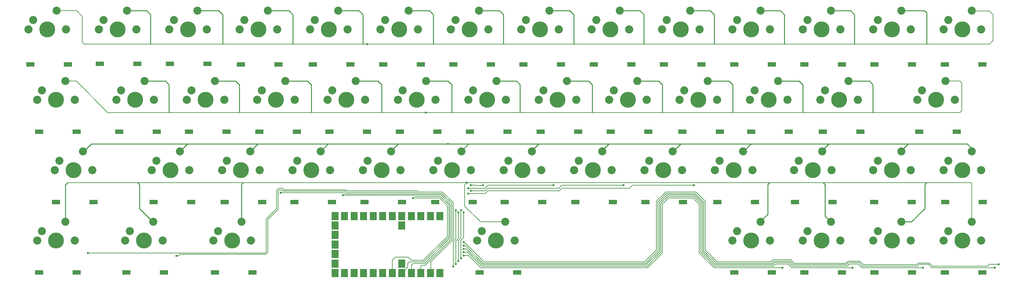
<source format=gbl>
G04 ---------------------------- Layer name :BOTTOM LAYER*
G04 easyEDA 0.1*
G04 Scale: 100 percent, Rotated: No, Reflected: No *
G04 Dimensions in inches *
G04 leading zeros omitted , absolute positions ,2 integer and 4 * 
%FSLAX24Y24*%
%MOIN*%
G90*
G70D02*

%ADD10C,0.010000*%
%ADD11C,0.007874*%
%ADD12C,0.023600*%
%ADD13R,0.085900X0.047700*%
%ADD14R,0.076200X0.086400*%
%ADD15C,0.170000*%
%ADD17C,0.086000*%
%ADD19C,0.087000*%

%LPD*%
%LNVIA PAD TRACK COPPERAREA*%
G54D11*
G01X11220Y50001D02*
G01X36023Y50001D01*
G01X36023Y50001D02*
G01X44094Y50001D01*
G01X44094Y50001D02*
G01X100984Y50001D01*
G01X101180Y50198D01*
G01X101180Y53151D01*
G01X100984Y53348D01*
G01X99436Y53348D01*
G54D10*
G01X89126Y53348D02*
G01X91338Y53348D01*
G01X91732Y52954D01*
G01X91732Y50002D01*
G01X91732Y50002D01*
G01X81626Y53348D02*
G01X83858Y53348D01*
G01X84251Y52954D01*
G01X84251Y50002D01*
G01X84252Y50002D01*
G01X74126Y53348D02*
G01X76377Y53348D01*
G01X76771Y52954D01*
G01X76771Y50002D01*
G01X76771Y50002D01*
G01X66626Y53348D02*
G01X68897Y53348D01*
G01X69291Y52954D01*
G01X69291Y50002D01*
G01X69291Y50002D01*
G01X59126Y53348D02*
G01X61417Y53348D01*
G01X61810Y52954D01*
G01X61810Y50002D01*
G01X61811Y50002D01*
G01X51626Y53348D02*
G01X53740Y53348D01*
G01X54133Y52954D01*
G01X54133Y50002D01*
G01X54134Y50002D01*
G01X44126Y53348D02*
G01X46456Y53348D01*
G01X46850Y52954D01*
G01X46850Y50002D01*
G01X46850Y50002D01*
G01X36626Y53348D02*
G01X38976Y53348D01*
G01X39370Y52954D01*
G01X39370Y50002D01*
G01X29126Y53348D02*
G01X31496Y53348D01*
G01X31889Y52954D01*
G01X31889Y50002D01*
G01X31889Y50002D01*
G01X21626Y53348D02*
G01X23818Y53348D01*
G01X24212Y52954D01*
G01X24212Y50002D01*
G01X24213Y50002D01*
G01X14126Y53348D02*
G01X16338Y53348D01*
G01X16732Y52954D01*
G01X16732Y50002D01*
G01X16732Y50002D01*
G54D11*
G01X4751Y60848D02*
G01X6870Y60848D01*
G01X7480Y60237D01*
G01X7480Y57481D01*
G01X7677Y57285D01*
G01X22440Y57285D01*
G01X22440Y57285D02*
G01X37834Y57285D01*
G01X37834Y57285D02*
G01X104133Y57285D01*
G01X104527Y57678D01*
G01X104527Y60434D01*
G01X104133Y60828D01*
G01X102271Y60828D01*
G01X102252Y60848D01*
G54D10*
G01X94752Y60848D02*
G01X97224Y60848D01*
G01X97440Y60631D01*
G01X97440Y57285D01*
G01X97441Y57285D01*
G01X87252Y60848D02*
G01X89350Y60848D01*
G01X89763Y60434D01*
G01X89763Y57285D01*
G01X89764Y57285D01*
G01X79752Y60848D02*
G01X81869Y60848D01*
G01X82283Y60434D01*
G01X82283Y57285D01*
G01X82283Y57285D01*
G01X72252Y60848D02*
G01X74389Y60848D01*
G01X74803Y60434D01*
G01X74803Y57285D01*
G01X64752Y60848D02*
G01X66909Y60848D01*
G01X67322Y60434D01*
G01X67322Y57285D01*
G01X67323Y57285D01*
G01X57252Y60848D02*
G01X59429Y60848D01*
G01X59842Y60434D01*
G01X59842Y57285D01*
G01X59841Y57285D01*
G01X49752Y60848D02*
G01X51948Y60848D01*
G01X52362Y60434D01*
G01X52362Y57285D01*
G01X52362Y57285D01*
G01X42252Y60848D02*
G01X44468Y60848D01*
G01X44881Y60434D01*
G01X44881Y57285D01*
G01X44882Y57285D01*
G01X34752Y60848D02*
G01X36988Y60848D01*
G01X37401Y60434D01*
G01X37401Y57285D01*
G01X37402Y57285D01*
G01X27252Y60848D02*
G01X29507Y60848D01*
G01X29921Y60434D01*
G01X29921Y57285D01*
G01X29921Y57285D01*
G01X19752Y60848D02*
G01X22027Y60848D01*
G01X22440Y60434D01*
G01X22440Y57285D01*
G01X22440Y57285D01*
G01X12251Y60848D02*
G01X14350Y60848D01*
G01X14763Y60434D01*
G01X14763Y57285D01*
G01X14763Y57285D01*
G01X8464Y46655D02*
G01X43110Y46654D01*
G01X43110Y46654D02*
G01X43425Y46654D01*
G01X43425Y46654D02*
G01X46456Y46654D01*
G01X46456Y46654D02*
G01X101771Y46655D01*
G01X7563Y45848D02*
G01X7657Y45848D01*
G01X8464Y46655D01*
G01X17874Y45848D02*
G01X17894Y45848D01*
G01X18701Y46655D01*
G01X25374Y45848D02*
G01X25374Y45848D01*
G01X26180Y46655D01*
G01X32874Y45848D02*
G01X32874Y45868D01*
G01X33661Y46655D01*
G01X40374Y45848D02*
G01X40374Y45887D01*
G01X41141Y46655D01*
G01X47874Y45848D02*
G01X47874Y45907D01*
G01X48622Y46655D01*
G01X55374Y45848D02*
G01X55374Y45927D01*
G01X56102Y46655D01*
G01X62874Y45848D02*
G01X62874Y45947D01*
G01X63581Y46655D01*
G01X70374Y45848D02*
G01X70453Y45848D01*
G01X71259Y46655D01*
G01X77874Y45848D02*
G01X77933Y45848D01*
G01X78740Y46655D01*
G01X86310Y45848D02*
G01X86310Y45958D01*
G01X87008Y46655D01*
G01X94752Y45848D02*
G01X94752Y45935D01*
G01X95472Y46655D01*
G01X102252Y45848D02*
G01X102252Y46175D01*
G01X101772Y46655D01*
G54D11*
G01X102165Y42521D02*
G01X48465Y42521D01*
G01X48465Y42521D02*
G01X5910Y42521D01*
G54D10*
G01X5688Y38348D02*
G01X5688Y42304D01*
G01X5906Y42521D01*
G01X15063Y38348D02*
G01X15000Y38348D01*
G01X13582Y39765D01*
G01X13582Y42324D01*
G01X13386Y42521D01*
G01X24437Y38348D02*
G01X24437Y42352D01*
G01X24605Y42521D01*
G01X79752Y38348D02*
G01X79752Y38415D01*
G01X80511Y39174D01*
G01X80511Y42323D01*
G01X80708Y42521D01*
G01X87252Y38348D02*
G01X87244Y38348D01*
G01X86614Y38978D01*
G01X86614Y42324D01*
G01X86417Y42521D01*
G01X94752Y38348D02*
G01X95826Y38348D01*
G01X97243Y39765D01*
G01X97243Y42323D01*
G01X97441Y42521D01*
G54D11*
G01X102252Y38348D02*
G01X102252Y42434D01*
G01X102165Y42521D01*
G01X48898Y42246D02*
G01X50196Y42245D01*
G01X5688Y53348D02*
G01X6850Y53348D01*
G01X10196Y50001D01*
G01X11220Y50001D01*
G01X11221Y50002D01*
G01X82086Y33466D02*
G01X74803Y33466D01*
G01X73228Y35041D01*
G01X73228Y40237D01*
G01X72558Y40907D01*
G01X69960Y40907D01*
G01X69291Y40237D01*
G01X69291Y35041D01*
G01X67716Y33466D01*
G01X49960Y33466D01*
G01X48661Y34765D01*
G01X48110Y34765D01*
G01X48110Y34765D01*
G01X89567Y33466D02*
G01X83070Y33466D01*
G01X82677Y33859D01*
G01X81338Y33859D01*
G01X81102Y33623D01*
G01X74881Y33623D01*
G01X73385Y35119D01*
G01X73385Y40316D01*
G01X72637Y41064D01*
G01X69881Y41064D01*
G01X69133Y40316D01*
G01X69133Y35119D01*
G01X67637Y33623D01*
G01X50039Y33623D01*
G01X48543Y35119D01*
G01X48110Y35119D01*
G01X48110Y35119D01*
G01X97047Y33466D02*
G01X90551Y33466D01*
G01X90157Y33859D01*
G01X89212Y33859D01*
G01X88976Y33623D01*
G01X83188Y33623D01*
G01X82795Y34017D01*
G01X81259Y34017D01*
G01X81023Y33781D01*
G01X74960Y33781D01*
G01X73543Y35198D01*
G01X73543Y40395D01*
G01X72716Y41222D01*
G01X69803Y41222D01*
G01X68976Y40395D01*
G01X68976Y35198D01*
G01X67558Y33781D01*
G01X50117Y33781D01*
G01X48425Y35474D01*
G01X48110Y35474D01*
G01X48110Y35474D01*
G01X104724Y33466D02*
G01X97992Y33466D01*
G01X97637Y33820D01*
G01X96653Y33820D01*
G01X96456Y33623D01*
G01X90629Y33623D01*
G01X90235Y34017D01*
G01X89133Y34017D01*
G01X88897Y33781D01*
G01X83267Y33781D01*
G01X82873Y34174D01*
G01X81181Y34174D01*
G01X80944Y33938D01*
G01X75039Y33938D01*
G01X73700Y35277D01*
G01X73700Y40474D01*
G01X72795Y41379D01*
G01X69724Y41379D01*
G01X68818Y40474D01*
G01X68818Y35277D01*
G01X67480Y33938D01*
G01X50196Y33938D01*
G01X48307Y35828D01*
G01X48109Y35828D01*
G01X48109Y35828D01*
G01X105118Y33821D02*
G01X104134Y33821D01*
G01X103936Y33623D01*
G01X98070Y33623D01*
G01X97716Y33978D01*
G01X96574Y33978D01*
G01X96377Y33781D01*
G01X90708Y33781D01*
G01X90314Y34174D01*
G01X89055Y34174D01*
G01X88818Y33938D01*
G01X83346Y33938D01*
G01X82952Y34332D01*
G01X81102Y34332D01*
G01X80866Y34096D01*
G01X75118Y34096D01*
G01X73858Y35355D01*
G01X73858Y40552D01*
G01X72873Y41537D01*
G01X69645Y41537D01*
G01X68661Y40552D01*
G01X68661Y35355D01*
G01X67401Y34096D01*
G01X50275Y34096D01*
G01X48307Y36064D01*
G01X48228Y36064D01*
G01X48110Y36183D01*
G01X57677Y42246D02*
G01X50708Y42246D01*
G01X50393Y41930D01*
G01X48622Y41930D01*
G01X48622Y41931D01*
G01X65156Y42246D02*
G01X58582Y42246D01*
G01X58267Y41930D01*
G01X50669Y41930D01*
G01X50393Y41655D01*
G01X48898Y41655D01*
G01X48898Y41655D01*
G01X72638Y42246D02*
G01X66102Y42246D01*
G01X65787Y41930D01*
G01X58582Y41930D01*
G01X58307Y41655D01*
G01X50669Y41655D01*
G01X50393Y41379D01*
G01X48622Y41379D01*
G01X48622Y41379D01*
G01X8070Y35041D02*
G01X26968Y35041D01*
G01X27086Y35159D01*
G01X27086Y38663D01*
G01X28188Y39765D01*
G01X28188Y41694D01*
G01X28425Y41930D01*
G01X28818Y41930D01*
G01X28976Y41773D01*
G01X35590Y41773D01*
G01X35708Y41655D01*
G01X43149Y41655D01*
G01X43267Y41537D01*
G01X45866Y41537D01*
G01X47007Y40395D01*
G01X47007Y38781D01*
G01X47007Y37639D01*
G01X47007Y36497D01*
G01X44606Y34096D01*
G01X44606Y32914D01*
G01X44574Y32882D01*
G01X17520Y34726D02*
G01X17755Y34726D01*
G01X17913Y34883D01*
G01X27047Y34883D01*
G01X27244Y35080D01*
G01X27244Y38584D01*
G01X28346Y39686D01*
G01X28346Y41615D01*
G01X28464Y41733D01*
G01X28779Y41733D01*
G01X28897Y41615D01*
G01X35511Y41615D01*
G01X35629Y41497D01*
G01X43070Y41497D01*
G01X43188Y41379D01*
G01X45787Y41379D01*
G01X46850Y40316D01*
G01X46850Y38702D01*
G01X46850Y37796D01*
G01X46850Y36576D01*
G01X44015Y33741D01*
G01X43622Y33741D01*
G01X43543Y33663D01*
G01X43543Y32896D01*
G01X43558Y32882D01*
G01X28622Y41458D02*
G01X35393Y41458D01*
G01X35511Y41340D01*
G01X42992Y41340D01*
G01X43110Y41222D01*
G01X45708Y41222D01*
G01X46692Y40237D01*
G01X46692Y38623D01*
G01X46692Y37796D01*
G01X46692Y36655D01*
G01X43976Y33938D01*
G01X42755Y33938D01*
G01X42559Y33741D01*
G01X42559Y32899D01*
G01X42541Y32882D01*
G01X35236Y41183D02*
G01X42873Y41183D01*
G01X42991Y41064D01*
G01X45629Y41064D01*
G01X46535Y40159D01*
G01X46535Y38544D01*
G01X46535Y37757D01*
G01X46535Y36733D01*
G01X43897Y34096D01*
G01X42362Y34096D01*
G01X42165Y33899D01*
G01X42165Y33521D01*
G01X41526Y32882D01*
G01X42716Y40907D02*
G01X45551Y40907D01*
G01X46377Y40080D01*
G01X46377Y38466D01*
G01X46377Y37718D01*
G01X46377Y36812D01*
G01X43818Y34253D01*
G01X42559Y34253D01*
G01X42204Y34607D01*
G01X40866Y34607D01*
G01X40511Y34253D01*
G01X40511Y32883D01*
G01X40510Y32882D01*
G01X48110Y39371D02*
G01X48110Y36654D01*
G01X47834Y36379D01*
G01X47834Y34450D01*
G01X47835Y34450D01*
G01X47834Y39607D02*
G01X47834Y36615D01*
G01X47559Y36340D01*
G01X47559Y34175D01*
G01X47558Y39372D02*
G01X47558Y36575D01*
G01X47283Y36300D01*
G01X47283Y33860D01*
G01X47283Y33860D01*
G01X47283Y39608D02*
G01X47283Y36536D01*
G01X47007Y36261D01*
G01X47007Y33584D01*
G01X47008Y33584D01*
G01X48465Y42521D02*
G01X48464Y42521D01*
G01X48228Y42285D01*
G01X48228Y40041D01*
G01X49921Y38348D01*
G01X52562Y38348D01*
G01X52563Y38348D01*
G54D13*
G01X5937Y55120D03*
G01X1937Y55120D03*
G01X6881Y47954D03*
G01X2881Y47954D03*
G01X8693Y40474D03*
G01X4693Y40474D03*
G01X6881Y32954D03*
G01X2881Y32954D03*
G01X13346Y55198D03*
G01X9345Y55198D03*
G01X20827Y55199D03*
G01X16827Y55199D03*
G01X28377Y55120D03*
G01X24377Y55120D03*
G01X36054Y55120D03*
G01X32054Y55120D03*
G01X43536Y55120D03*
G01X39536Y55120D03*
G01X51016Y55120D03*
G01X47016Y55120D03*
G01X58496Y55120D03*
G01X54496Y55120D03*
G01X65976Y55120D03*
G01X61976Y55120D03*
G01X73457Y55120D03*
G01X69457Y55120D03*
G01X80936Y55120D03*
G01X76936Y55120D03*
G01X88418Y55120D03*
G01X84418Y55120D03*
G01X95898Y55120D03*
G01X91898Y55120D03*
G01X103378Y55120D03*
G01X99378Y55120D03*
G01X15425Y47954D03*
G01X11425Y47954D03*
G01X22865Y47954D03*
G01X18865Y47954D03*
G01X30347Y47954D03*
G01X26347Y47954D03*
G01X37827Y47954D03*
G01X33827Y47954D03*
G01X45307Y47954D03*
G01X41307Y47954D03*
G01X52788Y47954D03*
G01X48788Y47954D03*
G01X60307Y47954D03*
G01X56307Y47954D03*
G01X67786Y47954D03*
G01X63786Y47954D03*
G01X75425Y47954D03*
G01X71425Y47954D03*
G01X82748Y47954D03*
G01X78748Y47954D03*
G01X90385Y47954D03*
G01X86385Y47954D03*
G01X19087Y40474D03*
G01X15087Y40474D03*
G01X26646Y40474D03*
G01X22646Y40474D03*
G01X34087Y40474D03*
G01X30087Y40474D03*
G01X41566Y40474D03*
G01X37566Y40474D03*
G01X49086Y40474D03*
G01X45086Y40474D03*
G01X56489Y40474D03*
G01X52489Y40474D03*
G01X64007Y40474D03*
G01X60008Y40474D03*
G01X71488Y40474D03*
G01X67488Y40474D03*
G01X79166Y40474D03*
G01X75166Y40474D03*
G01X87433Y40474D03*
G01X83433Y40474D03*
G01X95858Y40474D03*
G01X91858Y40474D03*
G01X103417Y40474D03*
G01X99417Y40474D03*
G01X16173Y32954D03*
G01X12173Y32954D03*
G01X25622Y32954D03*
G01X21622Y32954D03*
G01X53811Y32954D03*
G01X49811Y32954D03*
G01X80936Y32954D03*
G01X76936Y32954D03*
G01X88417Y32954D03*
G01X84417Y32954D03*
G01X95898Y32954D03*
G01X91898Y32954D03*
G01X103378Y32954D03*
G01X99378Y32954D03*
G01X100660Y47954D03*
G01X96660Y47954D03*
G54D14*
G01X45590Y38978D03*
G01X44574Y38978D03*
G01X43558Y38978D03*
G01X42541Y38978D03*
G01X41526Y38978D03*
G01X40510Y38978D03*
G01X39494Y38978D03*
G01X38478Y38978D03*
G01X37462Y38978D03*
G01X36446Y38978D03*
G01X35429Y38978D03*
G01X34414Y38978D03*
G01X34414Y37962D03*
G01X34414Y36946D03*
G01X34414Y35929D03*
G01X34414Y34914D03*
G01X34414Y33898D03*
G01X34414Y32882D03*
G01X35429Y32882D03*
G01X36446Y32882D03*
G01X37462Y32882D03*
G01X38478Y32882D03*
G01X39494Y32882D03*
G01X40510Y32882D03*
G01X41526Y32882D03*
G01X42541Y32882D03*
G01X43558Y32882D03*
G01X44574Y32882D03*
G01X45590Y32882D03*
G01X41526Y33898D03*
G01X41526Y37962D03*
G54D15*
G01X3751Y58848D03*
G54D17*
G01X2251Y59848D03*
G01X4751Y60848D03*
G54D19*
G01X1751Y58848D03*
G01X5751Y58848D03*
G54D15*
G01X11251Y58848D03*
G54D17*
G01X9751Y59848D03*
G01X12251Y60848D03*
G54D19*
G01X9251Y58848D03*
G01X13251Y58848D03*
G54D15*
G01X18752Y58848D03*
G54D17*
G01X17252Y59848D03*
G01X19752Y60848D03*
G54D19*
G01X16752Y58848D03*
G01X20752Y58848D03*
G54D15*
G01X26252Y58848D03*
G54D17*
G01X24752Y59848D03*
G01X27252Y60848D03*
G54D19*
G01X24252Y58848D03*
G01X28252Y58848D03*
G54D15*
G01X33752Y58848D03*
G54D17*
G01X32252Y59848D03*
G01X34752Y60848D03*
G54D19*
G01X31752Y58848D03*
G01X35752Y58848D03*
G54D15*
G01X41252Y58848D03*
G54D17*
G01X39752Y59848D03*
G01X42252Y60848D03*
G54D19*
G01X39252Y58848D03*
G01X43252Y58848D03*
G54D15*
G01X48752Y58848D03*
G54D17*
G01X47252Y59848D03*
G01X49752Y60848D03*
G54D19*
G01X46752Y58848D03*
G01X50752Y58848D03*
G54D15*
G01X56252Y58848D03*
G54D17*
G01X54752Y59848D03*
G01X57252Y60848D03*
G54D19*
G01X54252Y58848D03*
G01X58252Y58848D03*
G54D15*
G01X63752Y58848D03*
G54D17*
G01X62252Y59848D03*
G01X64752Y60848D03*
G54D19*
G01X61752Y58848D03*
G01X65752Y58848D03*
G54D15*
G01X71252Y58848D03*
G54D17*
G01X69752Y59848D03*
G01X72252Y60848D03*
G54D19*
G01X69252Y58848D03*
G01X73252Y58848D03*
G54D15*
G01X78752Y58848D03*
G54D17*
G01X77252Y59848D03*
G01X79752Y60848D03*
G54D19*
G01X76752Y58848D03*
G01X80752Y58848D03*
G54D15*
G01X86252Y58848D03*
G54D17*
G01X84752Y59848D03*
G01X87252Y60848D03*
G54D19*
G01X84252Y58848D03*
G01X88252Y58848D03*
G54D15*
G01X93752Y58848D03*
G54D17*
G01X92252Y59848D03*
G01X94752Y60848D03*
G54D19*
G01X91752Y58848D03*
G01X95752Y58848D03*
G54D15*
G01X101252Y58848D03*
G54D17*
G01X99752Y59848D03*
G01X102252Y60848D03*
G54D19*
G01X99252Y58848D03*
G01X103252Y58848D03*
G54D15*
G01X4688Y51348D03*
G54D17*
G01X3188Y52348D03*
G01X5688Y53348D03*
G54D19*
G01X2688Y51348D03*
G01X6688Y51348D03*
G54D15*
G01X6563Y43848D03*
G54D17*
G01X5063Y44848D03*
G01X7563Y45848D03*
G54D19*
G01X4563Y43848D03*
G01X8563Y43848D03*
G54D15*
G01X4688Y36348D03*
G54D17*
G01X3188Y37348D03*
G01X5688Y38348D03*
G54D19*
G01X2688Y36348D03*
G01X6688Y36348D03*
G54D15*
G01X13126Y51348D03*
G54D17*
G01X11626Y52348D03*
G01X14126Y53348D03*
G54D19*
G01X11126Y51348D03*
G01X15126Y51348D03*
G54D15*
G01X20626Y51348D03*
G54D17*
G01X19126Y52348D03*
G01X21626Y53348D03*
G54D19*
G01X18626Y51348D03*
G01X22626Y51348D03*
G54D15*
G01X28126Y51348D03*
G54D17*
G01X26626Y52348D03*
G01X29126Y53348D03*
G54D19*
G01X26126Y51348D03*
G01X30126Y51348D03*
G54D15*
G01X35626Y51348D03*
G54D17*
G01X34126Y52348D03*
G01X36626Y53348D03*
G54D19*
G01X33626Y51348D03*
G01X37626Y51348D03*
G54D15*
G01X43126Y51348D03*
G54D17*
G01X41626Y52348D03*
G01X44126Y53348D03*
G54D19*
G01X41126Y51348D03*
G01X45126Y51348D03*
G54D15*
G01X50626Y51348D03*
G54D17*
G01X49126Y52348D03*
G01X51626Y53348D03*
G54D19*
G01X48626Y51348D03*
G01X52626Y51348D03*
G54D15*
G01X58126Y51348D03*
G54D17*
G01X56626Y52348D03*
G01X59126Y53348D03*
G54D19*
G01X56126Y51348D03*
G01X60126Y51348D03*
G54D15*
G01X65626Y51348D03*
G54D17*
G01X64126Y52348D03*
G01X66626Y53348D03*
G54D19*
G01X63626Y51348D03*
G01X67626Y51348D03*
G54D15*
G01X73126Y51348D03*
G54D17*
G01X71626Y52348D03*
G01X74126Y53348D03*
G54D19*
G01X71126Y51348D03*
G01X75126Y51348D03*
G54D15*
G01X80626Y51348D03*
G54D17*
G01X79126Y52348D03*
G01X81626Y53348D03*
G54D19*
G01X78626Y51348D03*
G01X82626Y51348D03*
G54D15*
G01X88126Y51348D03*
G54D17*
G01X86626Y52348D03*
G01X89126Y53348D03*
G54D19*
G01X86126Y51348D03*
G01X90126Y51348D03*
G54D15*
G01X98436Y51348D03*
G54D17*
G01X96936Y52348D03*
G01X99436Y53348D03*
G54D19*
G01X96436Y51348D03*
G01X100436Y51348D03*
G54D15*
G01X16874Y43848D03*
G54D17*
G01X15374Y44848D03*
G01X17874Y45848D03*
G54D19*
G01X14874Y43848D03*
G01X18874Y43848D03*
G54D15*
G01X24374Y43848D03*
G54D17*
G01X22874Y44848D03*
G01X25374Y45848D03*
G54D19*
G01X22374Y43848D03*
G01X26374Y43848D03*
G54D15*
G01X31874Y43848D03*
G54D17*
G01X30374Y44848D03*
G01X32874Y45848D03*
G54D19*
G01X29874Y43848D03*
G01X33874Y43848D03*
G54D15*
G01X39374Y43848D03*
G54D17*
G01X37874Y44848D03*
G01X40374Y45848D03*
G54D19*
G01X37374Y43848D03*
G01X41374Y43848D03*
G54D15*
G01X46874Y43848D03*
G54D17*
G01X45374Y44848D03*
G01X47874Y45848D03*
G54D19*
G01X44874Y43848D03*
G01X48874Y43848D03*
G54D15*
G01X54374Y43848D03*
G54D17*
G01X52874Y44848D03*
G01X55374Y45848D03*
G54D19*
G01X52374Y43848D03*
G01X56374Y43848D03*
G54D15*
G01X61874Y43848D03*
G54D17*
G01X60374Y44848D03*
G01X62874Y45848D03*
G54D19*
G01X59874Y43848D03*
G01X63874Y43848D03*
G54D15*
G01X69374Y43848D03*
G54D17*
G01X67874Y44848D03*
G01X70374Y45848D03*
G54D19*
G01X67374Y43848D03*
G01X71374Y43848D03*
G54D15*
G01X76874Y43848D03*
G54D17*
G01X75374Y44848D03*
G01X77874Y45848D03*
G54D19*
G01X74874Y43848D03*
G01X78874Y43848D03*
G54D15*
G01X85310Y43848D03*
G54D17*
G01X83810Y44848D03*
G01X86310Y45848D03*
G54D19*
G01X83310Y43848D03*
G01X87310Y43848D03*
G54D15*
G01X93752Y43848D03*
G54D17*
G01X92252Y44848D03*
G01X94752Y45848D03*
G54D19*
G01X91752Y43848D03*
G01X95752Y43848D03*
G54D15*
G01X101252Y43848D03*
G54D17*
G01X99752Y44848D03*
G01X102252Y45848D03*
G54D19*
G01X99252Y43848D03*
G01X103252Y43848D03*
G54D15*
G01X14063Y36348D03*
G54D17*
G01X12563Y37348D03*
G01X15063Y38348D03*
G54D19*
G01X12063Y36348D03*
G01X16063Y36348D03*
G54D15*
G01X23437Y36348D03*
G54D17*
G01X21937Y37348D03*
G01X24437Y38348D03*
G54D19*
G01X21437Y36348D03*
G01X25437Y36348D03*
G54D15*
G01X51563Y36348D03*
G54D17*
G01X50063Y37348D03*
G01X52563Y38348D03*
G54D19*
G01X49563Y36348D03*
G01X53563Y36348D03*
G54D15*
G01X78752Y36348D03*
G54D17*
G01X77252Y37348D03*
G01X79752Y38348D03*
G54D19*
G01X76752Y36348D03*
G01X80752Y36348D03*
G54D15*
G01X86252Y36348D03*
G54D17*
G01X84752Y37348D03*
G01X87252Y38348D03*
G54D19*
G01X84252Y36348D03*
G01X88252Y36348D03*
G54D15*
G01X93752Y36348D03*
G54D17*
G01X92252Y37348D03*
G01X94752Y38348D03*
G54D19*
G01X91752Y36348D03*
G01X95752Y36348D03*
G54D15*
G01X101252Y36348D03*
G54D17*
G01X99752Y37348D03*
G01X102252Y38348D03*
G54D19*
G01X99252Y36348D03*
G01X103252Y36348D03*
G54D12*
G01X48110Y35474D03*
G01X48110Y36183D03*
G01X97047Y33466D03*
G01X48622Y41379D03*
G01X48898Y41655D03*
G01X48622Y41931D03*
G01X48898Y42246D03*
G01X50197Y42246D03*
G01X57677Y42246D03*
G01X65156Y42246D03*
G01X42716Y40907D03*
G01X46457Y46655D03*
G01X44094Y50002D03*
G01X37835Y57285D03*
G01X35236Y41183D03*
G01X28622Y41458D03*
G01X8070Y35041D03*
G01X17520Y34726D03*
G01X105118Y33821D03*
G01X104724Y33466D03*
G01X82086Y33466D03*
G01X89567Y33466D03*
G01X72638Y42246D03*
G01X48109Y35828D03*
G01X48110Y34765D03*
G01X48110Y35119D03*
G01X48110Y39372D03*
G01X47835Y34450D03*
G01X47559Y34175D03*
G01X47283Y33860D03*
G01X47008Y33584D03*
G01X47835Y39608D03*
G01X47558Y39372D03*
G01X47283Y39608D03*
G01X48465Y42521D03*

M00*
M02*
</source>
